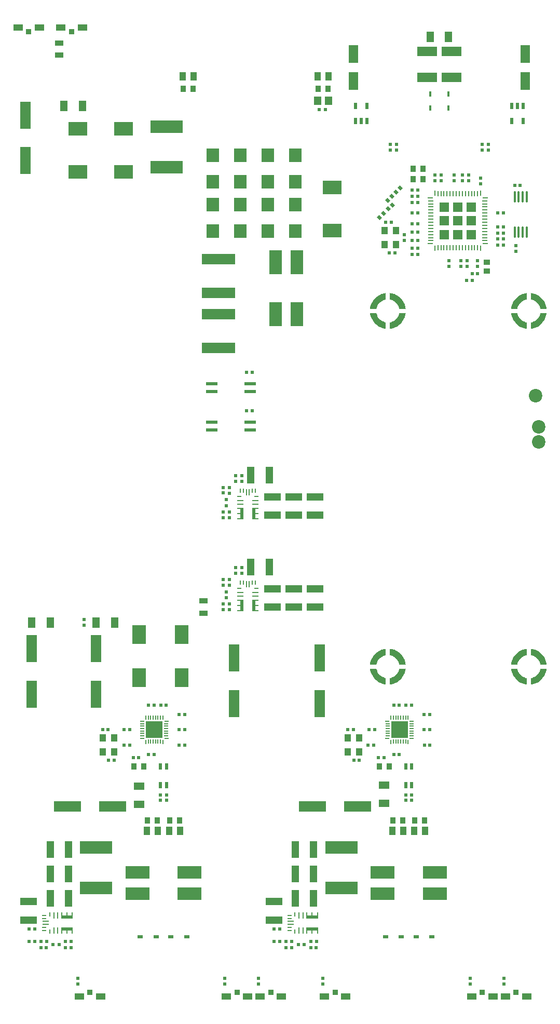
<source format=gtp>
%TF.GenerationSoftware,Altium Limited,Altium Designer,23.9.2 (47)*%
G04 Layer_Color=8421504*
%FSLAX44Y44*%
%MOMM*%
%TF.SameCoordinates,EA472C54-7DB4-4638-A036-459D61F9907A*%
%TF.FilePolarity,Positive*%
%TF.FileFunction,Paste,Top*%
%TF.Part,Single*%
G01*
G75*
%TA.AperFunction,SMDPad,CuDef*%
%ADD12R,1.0500X1.3000*%
%ADD13R,0.6000X1.1000*%
%ADD14R,1.6000X3.0000*%
%ADD15O,0.3500X2.0000*%
%ADD16R,1.8500X0.6000*%
%ADD17R,0.4600X0.8400*%
%ADD18R,0.9000X0.5000*%
%ADD19R,1.4000X0.9500*%
%ADD20R,0.9000X1.0000*%
%ADD21R,0.6200X0.5800*%
%ADD22R,2.8000X2.8000*%
%ADD23R,0.6500X0.2000*%
%ADD24R,0.7500X0.2000*%
%ADD25R,0.2000X0.6500*%
%ADD26R,0.2000X0.7500*%
%ADD29R,4.0000X2.0000*%
%ADD30R,1.1000X0.2500*%
%ADD31R,0.8000X0.2500*%
%ADD32R,0.2500X1.1000*%
%ADD33R,0.2500X0.7000*%
%ADD34R,1.5000X1.0000*%
%ADD35R,0.9000X0.9000*%
%ADD36R,0.9500X1.0000*%
%ADD37R,5.3000X2.0000*%
%ADD38R,3.2000X1.5000*%
%ADD40R,0.2393X0.8100*%
%ADD41R,0.2393X0.9096*%
%ADD42R,0.8100X0.2393*%
%ADD43R,0.9096X0.2393*%
%ADD44R,0.6000X1.0500*%
%ADD45R,3.1500X2.2000*%
%ADD46R,3.1500X2.2000*%
%ADD47R,2.1500X2.3000*%
%ADD48R,2.7000X1.1500*%
%ADD49R,1.1500X1.8000*%
%ADD50R,5.5000X1.7000*%
%ADD51R,1.1500X1.4500*%
%ADD52R,1.0500X1.4000*%
%ADD53R,1.0000X0.9500*%
%ADD54R,0.6200X0.6200*%
%ADD55R,1.8000X4.4000*%
%ADD56C,2.2000*%
%ADD57R,0.6200X0.6200*%
%ADD58R,1.1500X2.7000*%
%ADD59R,0.2500X0.8000*%
%ADD60R,0.7000X0.2500*%
%ADD61R,2.0000X4.0000*%
%ADD62R,0.5800X0.6200*%
G04:AMPARAMS|DCode=63|XSize=0.62mm|YSize=0.58mm|CornerRadius=0mm|HoleSize=0mm|Usage=FLASHONLY|Rotation=135.000|XOffset=0mm|YOffset=0mm|HoleType=Round|Shape=Rectangle|*
%AMROTATEDRECTD63*
4,1,4,0.4243,-0.0141,0.0141,-0.4243,-0.4243,0.0141,-0.0141,0.4243,0.4243,-0.0141,0.0*
%
%ADD63ROTATEDRECTD63*%

%ADD64R,2.2000X3.1500*%
%ADD65R,1.8000X1.1500*%
%ADD66R,4.4000X1.8000*%
%TA.AperFunction,Conductor*%
%ADD79R,0.6000X1.9500*%
%ADD80R,1.9500X0.6000*%
%TA.AperFunction,NonConductor*%
%ADD199R,1.5601X1.5601*%
%ADD200R,1.5601X1.5601*%
G36*
X662738Y548899D02*
X660288Y549174D01*
X655549Y550536D01*
X651106Y552674D01*
X647084Y555527D01*
X643597Y559014D01*
X640744Y563036D01*
X638606Y567479D01*
X637244Y572218D01*
X636969Y574668D01*
X636969Y574668D01*
X647268D01*
X647572Y573244D01*
X648502Y570485D01*
X649843Y567902D01*
X651562Y565553D01*
X653620Y563494D01*
X655969Y561774D01*
X658552Y560434D01*
X661310Y559503D01*
X662735Y559199D01*
X662735Y559199D01*
X662738D01*
X662738Y548899D01*
D02*
G37*
G36*
X636969Y581168D02*
X637244Y583618D01*
X638606Y588357D01*
X640744Y592800D01*
X643597Y596822D01*
X647084Y600309D01*
X651106Y603162D01*
X655549Y605299D01*
X660288Y606662D01*
X662738Y606937D01*
X662738D01*
Y596638D01*
X661314Y596334D01*
X658555Y595404D01*
X655972Y594063D01*
X653623Y592344D01*
X651564Y590286D01*
X649845Y587937D01*
X648503Y585354D01*
X647573Y582596D01*
X647269Y581171D01*
X647269D01*
Y581168D01*
X636969D01*
D02*
G37*
G36*
X695007Y574668D02*
X694732Y572218D01*
X693370Y567479D01*
X691232Y563036D01*
X688379Y559014D01*
X684892Y555527D01*
X680870Y552674D01*
X676427Y550536D01*
X671688Y549174D01*
X669238Y548899D01*
Y548899D01*
Y559198D01*
X670662Y559502D01*
X673421Y560432D01*
X676004Y561773D01*
X678353Y563492D01*
X680412Y565550D01*
X682132Y567899D01*
X683473Y570482D01*
X684403Y573240D01*
X684707Y574665D01*
Y574665D01*
Y574668D01*
X695007Y574668D01*
D02*
G37*
G36*
X669238Y606937D02*
X671688Y606662D01*
X676427Y605299D01*
X680870Y603162D01*
X684892Y600309D01*
X688379Y596822D01*
X691232Y592800D01*
X693370Y588357D01*
X694732Y583618D01*
X695007Y581168D01*
D01*
X684708D01*
X684404Y582592D01*
X683474Y585351D01*
X682133Y587934D01*
X680414Y590283D01*
X678356Y592341D01*
X676007Y594062D01*
X673424Y595402D01*
X670666Y596333D01*
X669241Y596637D01*
D01*
X669238D01*
Y606937D01*
D02*
G37*
G36*
X892738Y548899D02*
X890288Y549174D01*
X885549Y550536D01*
X881106Y552674D01*
X877084Y555527D01*
X873597Y559014D01*
X870744Y563036D01*
X868606Y567479D01*
X867244Y572218D01*
X866969Y574668D01*
X866969Y574668D01*
X877268D01*
X877572Y573244D01*
X878502Y570485D01*
X879843Y567902D01*
X881562Y565553D01*
X883620Y563494D01*
X885969Y561774D01*
X888552Y560434D01*
X891310Y559503D01*
X892735Y559199D01*
X892735Y559199D01*
X892738D01*
X892738Y548899D01*
D02*
G37*
G36*
X866969Y581168D02*
X867244Y583618D01*
X868606Y588357D01*
X870744Y592800D01*
X873597Y596822D01*
X877084Y600309D01*
X881106Y603162D01*
X885549Y605299D01*
X890288Y606662D01*
X892738Y606937D01*
X892738D01*
Y596638D01*
X891314Y596334D01*
X888555Y595404D01*
X885972Y594063D01*
X883623Y592344D01*
X881564Y590286D01*
X879845Y587937D01*
X878503Y585354D01*
X877573Y582596D01*
X877269Y581171D01*
X877269D01*
Y581168D01*
X866969D01*
D02*
G37*
G36*
X925007Y574668D02*
X924732Y572218D01*
X923370Y567479D01*
X921232Y563036D01*
X918379Y559014D01*
X914892Y555527D01*
X910870Y552674D01*
X906427Y550536D01*
X901688Y549174D01*
X899238Y548899D01*
Y548899D01*
Y559198D01*
X900662Y559502D01*
X903421Y560432D01*
X906004Y561773D01*
X908353Y563492D01*
X910412Y565550D01*
X912132Y567899D01*
X913473Y570482D01*
X914403Y573240D01*
X914707Y574665D01*
Y574665D01*
Y574668D01*
X925007Y574668D01*
D02*
G37*
G36*
X899238Y606937D02*
X901688Y606662D01*
X906427Y605299D01*
X910870Y603162D01*
X914892Y600309D01*
X918379Y596822D01*
X921232Y592800D01*
X923370Y588357D01*
X924732Y583618D01*
X925007Y581168D01*
D01*
X914708D01*
X914404Y582592D01*
X913474Y585351D01*
X912133Y587934D01*
X910414Y590283D01*
X908356Y592341D01*
X906007Y594062D01*
X903424Y595402D01*
X900666Y596333D01*
X899241Y596637D01*
D01*
X899238D01*
Y606937D01*
D02*
G37*
G36*
X662738Y1128899D02*
X660288Y1129174D01*
X655549Y1130536D01*
X651106Y1132674D01*
X647084Y1135527D01*
X643597Y1139014D01*
X640744Y1143036D01*
X638606Y1147479D01*
X637244Y1152218D01*
X636969Y1154668D01*
X636969Y1154668D01*
X647268D01*
X647572Y1153244D01*
X648502Y1150485D01*
X649843Y1147902D01*
X651562Y1145553D01*
X653620Y1143494D01*
X655969Y1141775D01*
X658552Y1140434D01*
X661310Y1139503D01*
X662735Y1139199D01*
X662735Y1139199D01*
X662738D01*
X662738Y1128899D01*
D02*
G37*
G36*
X636969Y1161168D02*
X637244Y1163618D01*
X638606Y1168357D01*
X640744Y1172800D01*
X643597Y1176822D01*
X647084Y1180309D01*
X651106Y1183161D01*
X655549Y1185300D01*
X660288Y1186662D01*
X662738Y1186936D01*
X662738D01*
Y1176638D01*
X661314Y1176334D01*
X658555Y1175404D01*
X655972Y1174063D01*
X653623Y1172344D01*
X651564Y1170286D01*
X649845Y1167937D01*
X648503Y1165354D01*
X647573Y1162596D01*
X647269Y1161171D01*
X647269D01*
Y1161168D01*
X636969D01*
D02*
G37*
G36*
X695007Y1154668D02*
X694732Y1152218D01*
X693370Y1147479D01*
X691232Y1143036D01*
X688379Y1139014D01*
X684892Y1135527D01*
X680870Y1132674D01*
X676427Y1130536D01*
X671688Y1129174D01*
X669238Y1128899D01*
Y1128899D01*
Y1139198D01*
X670662Y1139502D01*
X673421Y1140432D01*
X676004Y1141773D01*
X678353Y1143492D01*
X680412Y1145550D01*
X682132Y1147899D01*
X683473Y1150482D01*
X684403Y1153240D01*
X684707Y1154665D01*
Y1154665D01*
Y1154668D01*
X695007Y1154668D01*
D02*
G37*
G36*
X669238Y1186936D02*
X671688Y1186662D01*
X676427Y1185300D01*
X680870Y1183161D01*
X684892Y1180309D01*
X688379Y1176822D01*
X691232Y1172800D01*
X693370Y1168357D01*
X694732Y1163618D01*
X695007Y1161168D01*
D01*
X684708D01*
X684404Y1162592D01*
X683474Y1165351D01*
X682133Y1167934D01*
X680414Y1170283D01*
X678356Y1172342D01*
X676007Y1174062D01*
X673424Y1175403D01*
X670666Y1176333D01*
X669241Y1176637D01*
D01*
X669238D01*
Y1186936D01*
D02*
G37*
G36*
X892738Y1128899D02*
X890288Y1129174D01*
X885549Y1130536D01*
X881106Y1132674D01*
X877084Y1135527D01*
X873597Y1139014D01*
X870744Y1143036D01*
X868606Y1147479D01*
X867244Y1152218D01*
X866969Y1154668D01*
X866969Y1154668D01*
X877268D01*
X877572Y1153244D01*
X878502Y1150485D01*
X879843Y1147902D01*
X881562Y1145553D01*
X883620Y1143494D01*
X885969Y1141775D01*
X888552Y1140434D01*
X891310Y1139503D01*
X892735Y1139199D01*
X892735Y1139199D01*
X892738D01*
X892738Y1128899D01*
D02*
G37*
G36*
X866969Y1161168D02*
X867244Y1163618D01*
X868606Y1168357D01*
X870744Y1172800D01*
X873597Y1176822D01*
X877084Y1180309D01*
X881106Y1183161D01*
X885549Y1185300D01*
X890288Y1186662D01*
X892738Y1186936D01*
X892738D01*
Y1176638D01*
X891314Y1176334D01*
X888555Y1175404D01*
X885972Y1174063D01*
X883623Y1172344D01*
X881564Y1170286D01*
X879845Y1167937D01*
X878503Y1165354D01*
X877573Y1162596D01*
X877269Y1161171D01*
X877269D01*
Y1161168D01*
X866969D01*
D02*
G37*
G36*
X925007Y1154668D02*
X924732Y1152218D01*
X923370Y1147479D01*
X921232Y1143036D01*
X918379Y1139014D01*
X914892Y1135527D01*
X910870Y1132674D01*
X906427Y1130536D01*
X901688Y1129174D01*
X899238Y1128899D01*
Y1128899D01*
Y1139198D01*
X900662Y1139502D01*
X903421Y1140432D01*
X906004Y1141773D01*
X908353Y1143492D01*
X910412Y1145550D01*
X912132Y1147899D01*
X913473Y1150482D01*
X914403Y1153240D01*
X914707Y1154665D01*
Y1154665D01*
Y1154668D01*
X925007Y1154668D01*
D02*
G37*
G36*
X899238Y1186936D02*
X901688Y1186662D01*
X906427Y1185300D01*
X910870Y1183161D01*
X914892Y1180309D01*
X918379Y1176822D01*
X921232Y1172800D01*
X923370Y1168357D01*
X924732Y1163618D01*
X925007Y1161168D01*
D01*
X914708D01*
X914404Y1162592D01*
X913474Y1165351D01*
X912133Y1167934D01*
X910414Y1170283D01*
X908356Y1172342D01*
X906007Y1174062D01*
X903424Y1175403D01*
X900666Y1176333D01*
X899241Y1176637D01*
D01*
X899238D01*
Y1186936D01*
D02*
G37*
D12*
X619250Y461500D02*
D03*
Y438500D02*
D03*
X600750D02*
D03*
Y461500D02*
D03*
X679250Y1289000D02*
D03*
Y1266000D02*
D03*
X660750D02*
D03*
Y1289000D02*
D03*
X219250Y461500D02*
D03*
Y438500D02*
D03*
X200750D02*
D03*
Y461500D02*
D03*
D13*
X887000Y1467500D02*
D03*
X868000D02*
D03*
Y1492500D02*
D03*
X877500D02*
D03*
X887000D02*
D03*
X613000Y1492500D02*
D03*
X632000D02*
D03*
Y1467500D02*
D03*
X622500D02*
D03*
X613000D02*
D03*
D14*
X890000Y1533000D02*
D03*
Y1577000D02*
D03*
X610000Y1533000D02*
D03*
Y1577000D02*
D03*
D15*
X892250Y1344000D02*
D03*
X885750D02*
D03*
X879250D02*
D03*
X872750D02*
D03*
X892250Y1286000D02*
D03*
X885750D02*
D03*
X879250D02*
D03*
X872750D02*
D03*
D16*
X441500Y1038850D02*
D03*
Y1026150D02*
D03*
X378500D02*
D03*
Y1038850D02*
D03*
X441500Y976350D02*
D03*
Y963650D02*
D03*
X378500D02*
D03*
Y976350D02*
D03*
D17*
X765000Y1488600D02*
D03*
Y1511400D02*
D03*
X735000Y1488600D02*
D03*
Y1511400D02*
D03*
D18*
X688000Y137500D02*
D03*
X662000D02*
D03*
X312000D02*
D03*
X338000D02*
D03*
X712000D02*
D03*
X738000D02*
D03*
X288000D02*
D03*
X262000D02*
D03*
D19*
X130000Y1595000D02*
D03*
Y1575000D02*
D03*
X365000Y665000D02*
D03*
Y685000D02*
D03*
D20*
X690000Y327000D02*
D03*
X674000D02*
D03*
X552000Y1520000D02*
D03*
X568000D02*
D03*
X348000D02*
D03*
X332000D02*
D03*
X310000Y327000D02*
D03*
X326000D02*
D03*
X710000D02*
D03*
X726000D02*
D03*
X290000D02*
D03*
X274000D02*
D03*
D21*
X560000Y60300D02*
D03*
Y69700D02*
D03*
X407500Y830000D02*
D03*
Y820600D02*
D03*
X427500Y889400D02*
D03*
X427500Y880000D02*
D03*
X417500D02*
D03*
Y889400D02*
D03*
X407500Y870000D02*
D03*
Y860600D02*
D03*
X795000Y1230300D02*
D03*
Y1239700D02*
D03*
X774000Y1370300D02*
D03*
Y1379700D02*
D03*
X680000Y1420300D02*
D03*
Y1429700D02*
D03*
X830000Y1420300D02*
D03*
Y1429700D02*
D03*
X400000Y69700D02*
D03*
Y60300D02*
D03*
X800000Y69700D02*
D03*
Y60300D02*
D03*
X455000Y69700D02*
D03*
Y60300D02*
D03*
X855000Y69700D02*
D03*
Y60300D02*
D03*
X402500Y840600D02*
D03*
Y850000D02*
D03*
X407500Y670600D02*
D03*
Y680000D02*
D03*
X427500Y730000D02*
D03*
Y739400D02*
D03*
X417500D02*
D03*
Y730000D02*
D03*
X407500Y710600D02*
D03*
X407500Y720000D02*
D03*
X402500Y690600D02*
D03*
X402500Y700000D02*
D03*
X160000Y60300D02*
D03*
Y69700D02*
D03*
X692500Y1282200D02*
D03*
Y1272800D02*
D03*
X875000Y1255300D02*
D03*
Y1264700D02*
D03*
D22*
X685000Y475000D02*
D03*
X285000D02*
D03*
D23*
X665000Y461000D02*
D03*
Y489000D02*
D03*
X705000D02*
D03*
Y461000D02*
D03*
X265000D02*
D03*
Y489000D02*
D03*
X305000D02*
D03*
Y461000D02*
D03*
D24*
X665500Y465000D02*
D03*
X665500Y469000D02*
D03*
X665500Y473000D02*
D03*
X665500Y477000D02*
D03*
X665500Y481000D02*
D03*
Y485000D02*
D03*
X704500D02*
D03*
Y481000D02*
D03*
Y477000D02*
D03*
Y473000D02*
D03*
Y469000D02*
D03*
Y465000D02*
D03*
X265500D02*
D03*
Y469000D02*
D03*
Y473000D02*
D03*
Y477000D02*
D03*
Y481000D02*
D03*
Y485000D02*
D03*
X304500D02*
D03*
Y481000D02*
D03*
Y477000D02*
D03*
Y473000D02*
D03*
Y469000D02*
D03*
Y465000D02*
D03*
D25*
X671000Y495000D02*
D03*
X699000D02*
D03*
Y455000D02*
D03*
X671000D02*
D03*
X271000Y495000D02*
D03*
X299000D02*
D03*
Y455000D02*
D03*
X271000D02*
D03*
D26*
X675000Y494500D02*
D03*
X679000D02*
D03*
X683000D02*
D03*
X687000D02*
D03*
X691000D02*
D03*
X695000D02*
D03*
Y455500D02*
D03*
X691000D02*
D03*
X687000Y455500D02*
D03*
X683000Y455500D02*
D03*
X679000Y455500D02*
D03*
X675000Y455500D02*
D03*
X275000Y494500D02*
D03*
X279000D02*
D03*
X283000D02*
D03*
X287000D02*
D03*
X291000D02*
D03*
X295000D02*
D03*
Y455500D02*
D03*
X291000D02*
D03*
X287000D02*
D03*
X283000D02*
D03*
X279000D02*
D03*
X275000D02*
D03*
D29*
X742500Y242500D02*
D03*
X657500D02*
D03*
Y207500D02*
D03*
X742500D02*
D03*
X257500D02*
D03*
Y242500D02*
D03*
X342500Y207500D02*
D03*
Y242500D02*
D03*
D30*
X450000Y677500D02*
D03*
X450000Y669000D02*
D03*
X450000Y686000D02*
D03*
X450000Y699000D02*
D03*
X450000Y692500D02*
D03*
X425000Y669000D02*
D03*
Y692500D02*
D03*
X425000Y699000D02*
D03*
X425000Y677500D02*
D03*
Y686000D02*
D03*
X107500Y157500D02*
D03*
Y162500D02*
D03*
X450000Y836000D02*
D03*
X450000Y827500D02*
D03*
X425000Y836000D02*
D03*
X425000Y827500D02*
D03*
X450000Y849000D02*
D03*
X425000D02*
D03*
X450000Y842500D02*
D03*
X425000D02*
D03*
X450000Y819000D02*
D03*
X425000Y819000D02*
D03*
X507500Y157500D02*
D03*
Y162500D02*
D03*
D31*
X451500Y705500D02*
D03*
X423500Y705500D02*
D03*
X423500Y855500D02*
D03*
X451500Y855500D02*
D03*
D32*
X440000Y712500D02*
D03*
X435000D02*
D03*
X151000Y147500D02*
D03*
Y172500D02*
D03*
X127500Y147500D02*
D03*
Y172500D02*
D03*
X121000Y147500D02*
D03*
Y172500D02*
D03*
X142500Y147500D02*
D03*
X134000D02*
D03*
X142500Y172500D02*
D03*
X134000D02*
D03*
X440000Y862500D02*
D03*
X435000D02*
D03*
X551000Y147500D02*
D03*
Y172500D02*
D03*
X527500Y147500D02*
D03*
Y172500D02*
D03*
X521000Y147500D02*
D03*
Y172500D02*
D03*
X542500Y147500D02*
D03*
X534000D02*
D03*
X542500Y172500D02*
D03*
X534000D02*
D03*
D33*
X450000Y714500D02*
D03*
X430000Y714500D02*
D03*
X445000Y714500D02*
D03*
X425000D02*
D03*
X450000Y864500D02*
D03*
X425000D02*
D03*
X445000D02*
D03*
X430000Y864500D02*
D03*
D34*
X892500Y40000D02*
D03*
X857500D02*
D03*
X62500Y1620000D02*
D03*
X97500D02*
D03*
X597500Y40000D02*
D03*
X562500D02*
D03*
X197500D02*
D03*
X162500D02*
D03*
X132500Y1620000D02*
D03*
X167500D02*
D03*
X437500Y40000D02*
D03*
X402500D02*
D03*
X837500D02*
D03*
X802500D02*
D03*
X492500D02*
D03*
X457500D02*
D03*
D35*
X875000Y46500D02*
D03*
X80000Y1613500D02*
D03*
X580000Y46500D02*
D03*
X180000D02*
D03*
X150000Y1613500D02*
D03*
X420000Y46500D02*
D03*
X820000D02*
D03*
X475000D02*
D03*
D36*
X707000Y1372500D02*
D03*
X723000D02*
D03*
X652000Y415000D02*
D03*
X668000D02*
D03*
X723000Y1390000D02*
D03*
X707000D02*
D03*
X252000Y415000D02*
D03*
X268000D02*
D03*
D37*
X590000Y283000D02*
D03*
Y217000D02*
D03*
X305000Y1458000D02*
D03*
Y1392000D02*
D03*
X190000Y217000D02*
D03*
Y283000D02*
D03*
D38*
X770000Y1581000D02*
D03*
Y1539000D02*
D03*
X730000Y1581000D02*
D03*
Y1539000D02*
D03*
D40*
X742500Y1260490D02*
D03*
X817500D02*
D03*
Y1349510D02*
D03*
X742500D02*
D03*
D41*
X747500Y1260987D02*
D03*
X752500D02*
D03*
X757500D02*
D03*
X762500D02*
D03*
X767500D02*
D03*
X772500D02*
D03*
X777500D02*
D03*
X782500D02*
D03*
X787500D02*
D03*
X792500D02*
D03*
X797500D02*
D03*
X802500D02*
D03*
X807500D02*
D03*
X812500D02*
D03*
Y1349012D02*
D03*
X807500D02*
D03*
X802500D02*
D03*
X797500D02*
D03*
X792500D02*
D03*
X787500D02*
D03*
X782500D02*
D03*
X777500D02*
D03*
X772500D02*
D03*
X767500D02*
D03*
X762500D02*
D03*
X757500D02*
D03*
X752500D02*
D03*
X747500D02*
D03*
D42*
X824510Y1267500D02*
D03*
Y1342500D02*
D03*
X735490D02*
D03*
Y1267500D02*
D03*
D43*
X824013Y1272500D02*
D03*
Y1277500D02*
D03*
Y1282500D02*
D03*
Y1287500D02*
D03*
Y1292500D02*
D03*
Y1297500D02*
D03*
Y1302500D02*
D03*
Y1307500D02*
D03*
Y1312500D02*
D03*
Y1317500D02*
D03*
Y1322500D02*
D03*
Y1327500D02*
D03*
Y1332500D02*
D03*
Y1337500D02*
D03*
X735987D02*
D03*
Y1332500D02*
D03*
Y1327500D02*
D03*
Y1322500D02*
D03*
Y1317500D02*
D03*
Y1312500D02*
D03*
Y1307500D02*
D03*
Y1302500D02*
D03*
Y1297500D02*
D03*
Y1292500D02*
D03*
Y1287500D02*
D03*
Y1282500D02*
D03*
Y1277500D02*
D03*
Y1272500D02*
D03*
D44*
X695000Y415250D02*
D03*
X705000D02*
D03*
X695000Y384750D02*
D03*
X705000D02*
D03*
X295000Y415250D02*
D03*
X305000D02*
D03*
X295000Y384750D02*
D03*
X305000D02*
D03*
D45*
X235000Y1455000D02*
D03*
Y1385000D02*
D03*
X160000Y1455000D02*
D03*
Y1385000D02*
D03*
D46*
X575000Y1359000D02*
D03*
Y1289000D02*
D03*
D47*
X515000Y1368500D02*
D03*
Y1411500D02*
D03*
X380000Y1288500D02*
D03*
Y1331500D02*
D03*
X470000Y1288500D02*
D03*
Y1331500D02*
D03*
X425000Y1288500D02*
D03*
Y1331500D02*
D03*
X515000Y1288500D02*
D03*
Y1331500D02*
D03*
X380000Y1368500D02*
D03*
Y1411500D02*
D03*
X470000Y1368500D02*
D03*
Y1411500D02*
D03*
X425000Y1368500D02*
D03*
Y1411500D02*
D03*
D48*
X547500Y675000D02*
D03*
X547500Y705000D02*
D03*
X80000Y195000D02*
D03*
Y165000D02*
D03*
X477500Y825000D02*
D03*
X477500Y855000D02*
D03*
X512500Y825000D02*
D03*
X512500Y855000D02*
D03*
X547500Y825000D02*
D03*
Y855000D02*
D03*
X480000Y165000D02*
D03*
Y195000D02*
D03*
X477500Y675000D02*
D03*
Y705000D02*
D03*
X512500Y675000D02*
D03*
X512500Y705000D02*
D03*
D49*
X765000Y1605000D02*
D03*
X735000D02*
D03*
X115000Y650000D02*
D03*
X85000D02*
D03*
X220000D02*
D03*
X190000D02*
D03*
X137500Y1492500D02*
D03*
X167500D02*
D03*
D50*
X390000Y1097500D02*
D03*
Y1152500D02*
D03*
Y1242500D02*
D03*
Y1187500D02*
D03*
D51*
X569000Y1501000D02*
D03*
X551000D02*
D03*
D52*
X691000Y310000D02*
D03*
X673000D02*
D03*
X569000Y1540000D02*
D03*
X551000D02*
D03*
X331000D02*
D03*
X349000D02*
D03*
X327000Y310000D02*
D03*
X309000D02*
D03*
X709000D02*
D03*
X727000D02*
D03*
X273000D02*
D03*
X291000D02*
D03*
D53*
X827500Y1222500D02*
D03*
Y1237500D02*
D03*
D54*
X659500Y430000D02*
D03*
X650500D02*
D03*
X149000Y120000D02*
D03*
X140000D02*
D03*
X100000D02*
D03*
X109000D02*
D03*
X803500Y1219000D02*
D03*
X812500D02*
D03*
X714500Y1250000D02*
D03*
X705500D02*
D03*
X714500Y1300000D02*
D03*
X705500D02*
D03*
X714500Y1317500D02*
D03*
X705500D02*
D03*
X714500Y1335000D02*
D03*
X705500D02*
D03*
X714500Y1355000D02*
D03*
X705500D02*
D03*
X845500Y1265000D02*
D03*
X854500D02*
D03*
X845500Y1317500D02*
D03*
X854500D02*
D03*
X714500Y1272500D02*
D03*
X705500D02*
D03*
X334500Y450000D02*
D03*
X325500D02*
D03*
X734500D02*
D03*
X725500D02*
D03*
X235500Y475000D02*
D03*
X244500D02*
D03*
X635500D02*
D03*
X644500D02*
D03*
X275500Y515000D02*
D03*
X284500D02*
D03*
X675500Y515000D02*
D03*
X684500Y515000D02*
D03*
X304500D02*
D03*
X295500D02*
D03*
X704500Y515000D02*
D03*
X695500D02*
D03*
X275500Y435000D02*
D03*
X284500D02*
D03*
X675500D02*
D03*
X684500D02*
D03*
X540000Y120000D02*
D03*
X549000D02*
D03*
X509000D02*
D03*
X500000D02*
D03*
X882000Y1362500D02*
D03*
X873000D02*
D03*
X671500Y1302500D02*
D03*
X662500D02*
D03*
X668500Y1252500D02*
D03*
X677500D02*
D03*
X210500Y425000D02*
D03*
X219500D02*
D03*
X610500D02*
D03*
X619500D02*
D03*
X209500Y475000D02*
D03*
X200500D02*
D03*
X609500Y475000D02*
D03*
X600500Y475000D02*
D03*
X259500Y430000D02*
D03*
X250500D02*
D03*
D55*
X555000Y518000D02*
D03*
Y592000D02*
D03*
X85000Y533000D02*
D03*
Y607000D02*
D03*
X190000Y533000D02*
D03*
Y607000D02*
D03*
X75000Y1403000D02*
D03*
Y1477000D02*
D03*
X415000Y518000D02*
D03*
Y592000D02*
D03*
D56*
X906888Y1020018D02*
D03*
X911788Y968918D02*
D03*
Y944618D02*
D03*
D57*
X170000Y645500D02*
D03*
Y654500D02*
D03*
X397500Y821000D02*
D03*
Y830000D02*
D03*
X670000Y1420500D02*
D03*
Y1429500D02*
D03*
X820000Y1420500D02*
D03*
Y1429500D02*
D03*
X812500Y1239500D02*
D03*
Y1230500D02*
D03*
X797500Y1370500D02*
D03*
Y1379500D02*
D03*
X785000Y1239500D02*
D03*
Y1230500D02*
D03*
X766000Y1239500D02*
D03*
Y1230500D02*
D03*
X817500Y1365500D02*
D03*
Y1374500D02*
D03*
X787500Y1370500D02*
D03*
Y1379500D02*
D03*
X752500Y1370500D02*
D03*
Y1379500D02*
D03*
X742500Y1370500D02*
D03*
Y1379500D02*
D03*
X295000Y369000D02*
D03*
Y360000D02*
D03*
X695000Y369000D02*
D03*
Y360000D02*
D03*
X305000D02*
D03*
Y369000D02*
D03*
X705000D02*
D03*
Y360000D02*
D03*
X397500Y861000D02*
D03*
Y870000D02*
D03*
X397500Y680000D02*
D03*
X397500Y671000D02*
D03*
Y711000D02*
D03*
X397500Y720000D02*
D03*
D58*
X115000Y200000D02*
D03*
X145000D02*
D03*
X115000Y240000D02*
D03*
X145000D02*
D03*
X115000Y280000D02*
D03*
X145000Y280000D02*
D03*
X472500Y890000D02*
D03*
X442500D02*
D03*
X545000Y200000D02*
D03*
X515000D02*
D03*
X545000Y240000D02*
D03*
X515000D02*
D03*
X545000Y280000D02*
D03*
X515000D02*
D03*
X442500Y740000D02*
D03*
X472500D02*
D03*
D59*
X114500Y174000D02*
D03*
Y146000D02*
D03*
X514500Y174000D02*
D03*
Y146000D02*
D03*
D60*
X105500Y152500D02*
D03*
Y167500D02*
D03*
X105500Y147500D02*
D03*
Y172500D02*
D03*
X505500Y152500D02*
D03*
Y167500D02*
D03*
X505500Y147500D02*
D03*
Y172500D02*
D03*
D61*
X482500Y1237500D02*
D03*
X517500D02*
D03*
X482500Y1152500D02*
D03*
X517500D02*
D03*
D62*
X435600Y995000D02*
D03*
X445000D02*
D03*
X435600Y1057500D02*
D03*
X445000D02*
D03*
X140000Y130000D02*
D03*
X149400D02*
D03*
X90000Y150000D02*
D03*
X80600D02*
D03*
X90000Y130000D02*
D03*
X80600D02*
D03*
X100000D02*
D03*
X109400D02*
D03*
X120000Y125000D02*
D03*
X129400D02*
D03*
X563700Y1486000D02*
D03*
X554300D02*
D03*
X854700Y1295000D02*
D03*
X845300D02*
D03*
X705300Y1260000D02*
D03*
X714700D02*
D03*
X794300Y1208000D02*
D03*
X803700D02*
D03*
X854700Y1285000D02*
D03*
X845300D02*
D03*
X714700Y1345000D02*
D03*
X705300D02*
D03*
X325300Y500000D02*
D03*
X334700D02*
D03*
X725300D02*
D03*
X734700D02*
D03*
X325300Y475000D02*
D03*
X334700D02*
D03*
X725300D02*
D03*
X734700D02*
D03*
X549400Y130000D02*
D03*
X540000D02*
D03*
X480600Y150000D02*
D03*
X490000D02*
D03*
X480600Y130000D02*
D03*
X490000D02*
D03*
X509400D02*
D03*
X500000D02*
D03*
X529400Y125000D02*
D03*
X520000D02*
D03*
X705300Y1286000D02*
D03*
X714700D02*
D03*
X244700Y450000D02*
D03*
X235300D02*
D03*
X642700D02*
D03*
X633300D02*
D03*
X854700Y1275000D02*
D03*
X845300D02*
D03*
D63*
X673323Y1330823D02*
D03*
X666677Y1324177D02*
D03*
X652534Y1310034D02*
D03*
X659181Y1316681D02*
D03*
X685823Y1358323D02*
D03*
X679177Y1351677D02*
D03*
X665459Y1337959D02*
D03*
X672106Y1344606D02*
D03*
D64*
X330000Y560000D02*
D03*
X260000D02*
D03*
X330000Y630000D02*
D03*
X260000D02*
D03*
D65*
Y353000D02*
D03*
Y383000D02*
D03*
X660000Y355000D02*
D03*
Y385000D02*
D03*
D66*
X143000Y350000D02*
D03*
X217000D02*
D03*
X543000D02*
D03*
X617000D02*
D03*
D79*
X447500Y677498D02*
D03*
X427500Y677498D02*
D03*
X447501Y827500D02*
D03*
X427500Y827499D02*
D03*
D80*
X142500Y150000D02*
D03*
X142500Y170000D02*
D03*
X542500Y150000D02*
D03*
X542500Y170000D02*
D03*
D199*
X757600Y1282600D02*
D03*
Y1305000D02*
D03*
X757600Y1327400D02*
D03*
X780000Y1327400D02*
D03*
X802400Y1282600D02*
D03*
Y1305000D02*
D03*
X802401Y1327400D02*
D03*
D200*
X780000Y1282600D02*
D03*
Y1305000D02*
D03*
%TF.MD5,f74cb445a11541e56189da8e028731ab*%
M02*

</source>
